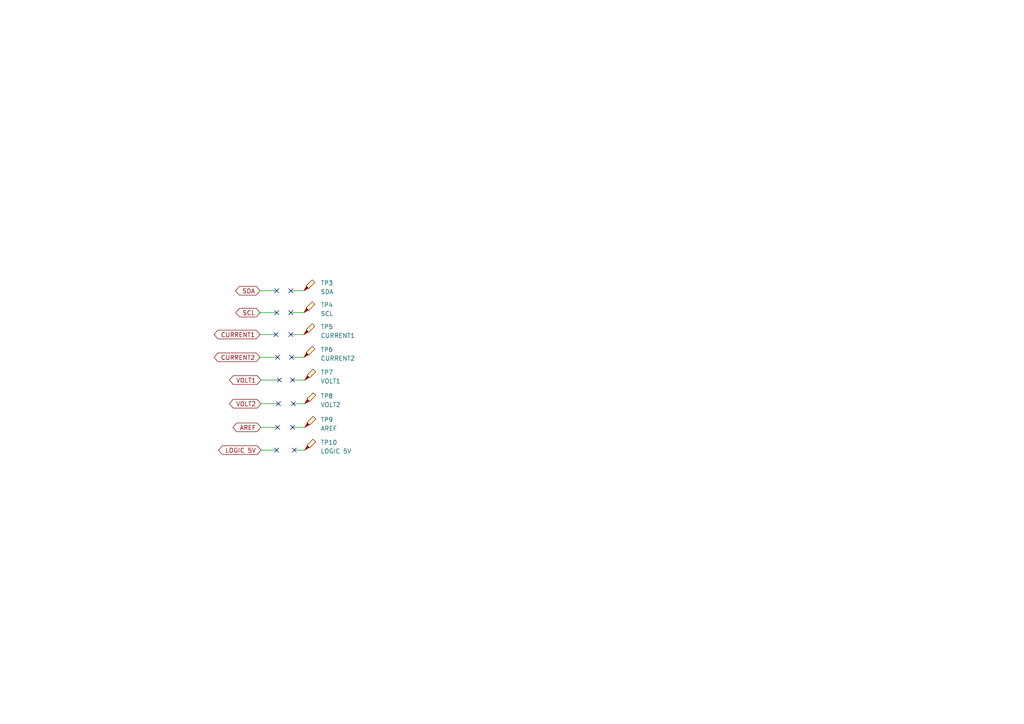
<source format=kicad_sch>
(kicad_sch (version 20230121) (generator eeschema)
  (paper "A4")
  (lib_symbols
    (symbol "Connector:TestPoint_Probe" (pin_numbers hide) (pin_names (offset 0.762) hide)
      (property "Reference" "TP" (at 1.651 5.842 0))
      (property "Value" "TestPoint_Probe" (at 1.651 4.064 0))
      (symbol "TestPoint_Probe_0_1"
        (polyline (pts (xy 1.27 0.762) (xy 0 0) (xy 0.762 1.27) (xy 1.27 0.762)) (fill (type outline)))
        (polyline (pts (xy 1.397 0.635) (xy 0.635 1.397) (xy 2.413 3.175) (xy 3.175 2.413) (xy 1.397 0.635)) (fill (type background)))
      )
      (symbol "TestPoint_Probe_1_1"
        (pin passive line (at 0 0 90) (length 0) (name "1") (number "1"))
      )
    )
  )
  (no_connect (at 84.328 97.028))
  (no_connect (at 80.264 130.556))
  (no_connect (at 80.01 97.028))
  (no_connect (at 84.328 90.678))
  (no_connect (at 80.518 123.952))
  (no_connect (at 84.582 103.632))
  (no_connect (at 80.518 103.632))
  (no_connect (at 81.026 110.236))
  (no_connect (at 80.264 84.328))
  (no_connect (at 84.836 123.952))
  (no_connect (at 84.836 110.236))
  (no_connect (at 85.09 117.094))
  (no_connect (at 85.344 130.556))
  (no_connect (at 84.328 84.328))
  (no_connect (at 80.264 90.678))
  (no_connect (at 80.772 117.094))
  (wire (pts (xy 75.438 84.328) (xy 80.264 84.328)))
  (wire (pts (xy 85.09 117.094) (xy 88.392 117.094)))
  (wire (pts (xy 84.328 90.678) (xy 88.138 90.678)))
  (wire (pts (xy 75.438 97.028) (xy 80.01 97.028)))
  (wire (pts (xy 84.328 97.028) (xy 88.138 97.028)))
  (wire (pts (xy 75.438 90.678) (xy 80.264 90.678)))
  (wire (pts (xy 75.438 103.632) (xy 80.518 103.632)))
  (wire (pts (xy 75.692 117.094) (xy 80.772 117.094)))
  (wire (pts (xy 84.582 103.632) (xy 88.138 103.632)))
  (wire (pts (xy 75.692 123.952) (xy 80.518 123.952)))
  (wire (pts (xy 75.692 130.556) (xy 80.264 130.556)))
  (wire (pts (xy 75.692 110.236) (xy 81.026 110.236)))
  (wire (pts (xy 84.836 123.952) (xy 88.392 123.952)))
  (wire (pts (xy 84.836 110.236) (xy 88.392 110.236)))
  (wire (pts (xy 84.328 84.328) (xy 88.138 84.328)))
  (wire (pts (xy 85.344 130.556) (xy 88.392 130.556)))
  (global_label "CURRENT2" (shape bidirectional) (at 75.438 103.632 180) (property "Intersheetrefs" "${INTERSHEET_REFS}" (effects hide)))
  (global_label "LOGIC 5V" (shape bidirectional) (at 75.692 130.556 180) (property "Intersheetrefs" "${INTERSHEET_REFS}" (effects hide)))
  (global_label "SDA" (shape bidirectional) (at 75.438 84.328 180) (property "Intersheetrefs" "${INTERSHEET_REFS}" (effects hide)))
  (global_label "SCL" (shape bidirectional) (at 75.438 90.678 180) (property "Intersheetrefs" "${INTERSHEET_REFS}" (effects hide)))
  (global_label "AREF" (shape bidirectional) (at 75.692 123.952 180) (property "Intersheetrefs" "${INTERSHEET_REFS}" (effects hide)))
  (global_label "CURRENT1" (shape bidirectional) (at 75.438 97.028 180) (property "Intersheetrefs" "${INTERSHEET_REFS}" (effects hide)))
  (global_label "VOLT2" (shape bidirectional) (at 75.692 117.094 180) (property "Intersheetrefs" "${INTERSHEET_REFS}" (effects hide)))
  (global_label "VOLT1" (shape bidirectional) (at 75.692 110.236 180) (property "Intersheetrefs" "${INTERSHEET_REFS}" (effects hide)))
  (symbol (lib_id "Connector:TestPoint_Probe") (at 88.138 90.678 0) (unit 1)
    (property "Reference" "TP4" (at 92.964 88.4555 0) (effects (justify left)))
    (property "Value" "SCL" (at 92.964 90.9955 0) (effects (justify left)))
    (property "Footprint" "Mechatronics TestP:CONN1_RCU-0C_TEC" (effects hide))
  )
  (symbol (lib_id "Connector:TestPoint_Probe") (at 88.392 130.556 0) (unit 1)
    (property "Reference" "TP10" (at 92.964 128.3335 0) (effects (justify left)))
    (property "Value" "LOGIC 5V" (at 92.964 130.8735 0) (effects (justify left)))
    (property "Footprint" "Mechatronics TestP:CONN1_RCU-0C_TEC" (effects hide))
  )
  (symbol (lib_id "Connector:TestPoint_Probe") (at 88.138 84.328 0) (unit 1)
    (property "Reference" "TP3" (at 92.964 82.1055 0) (effects (justify left)))
    (property "Value" "SDA" (at 92.964 84.6455 0) (effects (justify left)))
    (property "Footprint" "Mechatronics TestP:CONN1_RCU-0C_TEC" (effects hide))
  )
  (symbol (lib_id "Connector:TestPoint_Probe") (at 88.392 110.236 0) (unit 1)
    (property "Reference" "TP7" (at 92.964 108.0135 0) (effects (justify left)))
    (property "Value" "VOLT1" (at 92.964 110.5535 0) (effects (justify left)))
    (property "Footprint" "Mechatronics TestP:CONN1_RCU-0C_TEC" (effects hide))
  )
  (symbol (lib_id "Connector:TestPoint_Probe") (at 88.392 123.952 0) (unit 1)
    (property "Reference" "TP9" (at 92.964 121.7295 0) (effects (justify left)))
    (property "Value" "AREF" (at 92.964 124.2695 0) (effects (justify left)))
    (property "Footprint" "Mechatronics TestP:CONN1_RCU-0C_TEC" (effects hide))
  )
  (symbol (lib_id "Connector:TestPoint_Probe") (at 88.392 117.094 0) (unit 1)
    (property "Reference" "TP8" (at 92.964 114.8715 0) (effects (justify left)))
    (property "Value" "VOLT2" (at 92.964 117.4115 0) (effects (justify left)))
    (property "Footprint" "Mechatronics TestP:CONN1_RCU-0C_TEC" (effects hide))
  )
  (symbol (lib_id "Connector:TestPoint_Probe") (at 88.138 103.632 0) (unit 1)
    (property "Reference" "TP6" (at 92.964 101.4095 0) (effects (justify left)))
    (property "Value" "CURRENT2" (at 92.964 103.9495 0) (effects (justify left)))
    (property "Footprint" "Mechatronics TestP:CONN1_RCU-0C_TEC" (effects hide))
  )
  (symbol (lib_id "Connector:TestPoint_Probe") (at 88.138 97.028 0) (unit 1)
    (property "Reference" "TP5" (at 92.964 94.8055 0) (effects (justify left)))
    (property "Value" "CURRENT1" (at 92.964 97.3455 0) (effects (justify left)))
    (property "Footprint" "Mechatronics TestP:CONN1_RCU-0C_TEC" (effects hide))
  )
)
</source>
